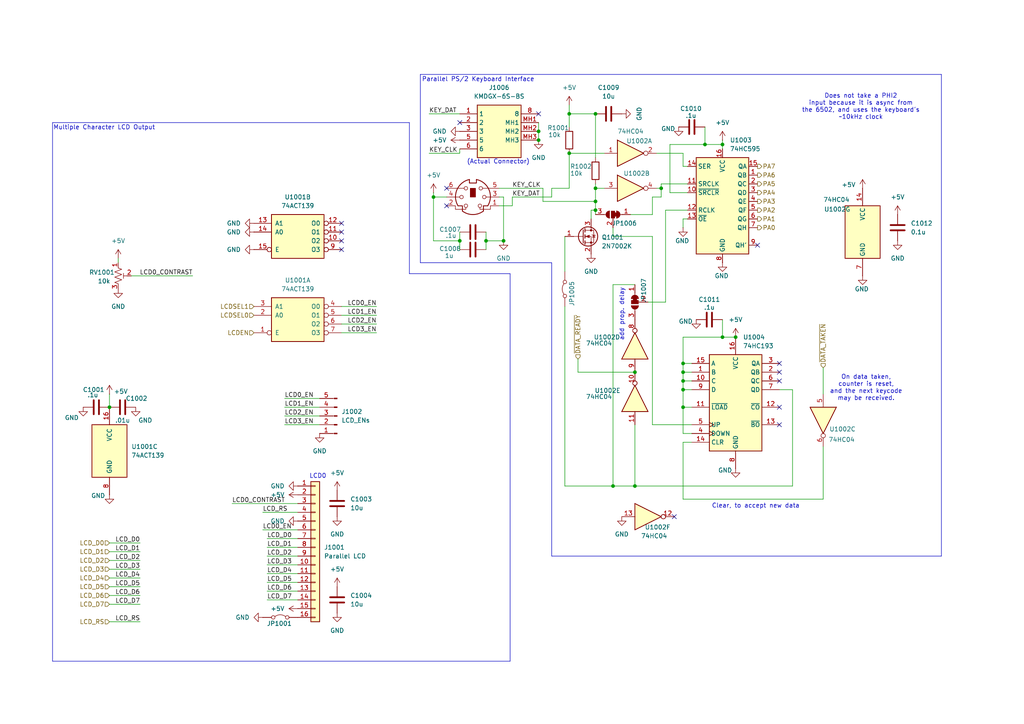
<source format=kicad_sch>
(kicad_sch (version 20250114) (generator "eeschema") (generator_version "9.0")
  (paper "A4")
  (title_block (title "65c02 Homebrew") (rev "Rev A") (company "Joseph R. Freeston") (comment 2 "https://github.com/snorklerjoe/useful6502") (comment 4 "A 65c02-based computer with peripheral i/o offloaded to a PIC16 microcontroller."))
  (lib_symbols
    (symbol "74xx:74HC04"
      (property "Reference" "U" (at 0 1.27 0))
      (property "Value" "74HC04" (at 0 -1.27 0))
      (symbol "74HC04_1_0"
        (pin input line (at -7.62 0 0) (length 3.81) (name "~") (number "1"))
        (pin output inverted (at 7.62 0 180) (length 3.81) (name "~") (number "2"))
      )
      (symbol "74HC04_2_0"
        (pin input line (at -7.62 0 0) (length 3.81) (name "~") (number "3"))
        (pin output inverted (at 7.62 0 180) (length 3.81) (name "~") (number "4"))
      )
      (symbol "74HC04_3_0"
        (pin input line (at -7.62 0 0) (length 3.81) (name "~") (number "5"))
        (pin output inverted (at 7.62 0 180) (length 3.81) (name "~") (number "6"))
      )
      (symbol "74HC04_4_0"
        (pin input line (at -7.62 0 0) (length 3.81) (name "~") (number "9"))
        (pin output inverted (at 7.62 0 180) (length 3.81) (name "~") (number "8"))
      )
      (symbol "74HC04_5_0"
        (pin input line (at -7.62 0 0) (length 3.81) (name "~") (number "11"))
        (pin output inverted (at 7.62 0 180) (length 3.81) (name "~") (number "10"))
      )
      (symbol "74HC04_6_0"
        (pin input line (at -7.62 0 0) (length 3.81) (name "~") (number "13"))
        (pin output inverted (at 7.62 0 180) (length 3.81) (name "~") (number "12"))
      )
      (symbol "74HC04_7_0"
        (pin power_in line (at 0 12.7 270) (length 5.08) (name "VCC") (number "14"))
        (pin power_in line (at 0 -12.7 90) (length 5.08) (name "GND") (number "7"))
      )
    )
    (symbol "74xx:74HC193"
      (property "Reference" "U" (at -7.62 13.97 0))
      (property "Value" "74HC193" (at 5.08 13.97 0))
      (symbol "74HC193_1_0"
        (pin input line (at -12.7 10.16 0) (length 5.08) (name "A") (number "15"))
        (pin input line (at -12.7 7.62 0) (length 5.08) (name "B") (number "1"))
        (pin input line (at -12.7 5.08 0) (length 5.08) (name "C") (number "10"))
        (pin input line (at -12.7 2.54 0) (length 5.08) (name "D") (number "9"))
        (pin input line (at -12.7 -2.54 0) (length 5.08) (name "~{LOAD}") (number "11"))
        (pin input clock (at -12.7 -7.62 0) (length 5.08) (name "UP") (number "5"))
        (pin input clock (at -12.7 -10.16 0) (length 5.08) (name "DOWN") (number "4"))
        (pin input line (at -12.7 -12.7 0) (length 5.08) (name "CLR") (number "14"))
        (pin power_in line (at 0 17.78 270) (length 5.08) (name "VCC") (number "16"))
        (pin power_in line (at 0 -20.32 90) (length 5.08) (name "GND") (number "8"))
        (pin output line (at 12.7 10.16 180) (length 5.08) (name "QA") (number "3"))
        (pin output line (at 12.7 7.62 180) (length 5.08) (name "QB") (number "2"))
        (pin output line (at 12.7 5.08 180) (length 5.08) (name "QC") (number "6"))
        (pin output line (at 12.7 2.54 180) (length 5.08) (name "QD") (number "7"))
        (pin output line (at 12.7 -2.54 180) (length 5.08) (name "~{CO}") (number "12"))
        (pin output line (at 12.7 -7.62 180) (length 5.08) (name "~{BO}") (number "13"))
      )
    )
    (symbol "74xx:74HC595"
      (property "Reference" "U" (at -7.62 13.97 0))
      (property "Value" "74HC595" (at -7.62 -16.51 0))
      (symbol "74HC595_1_0"
        (pin input line (at -10.16 10.16 0) (length 2.54) (name "SER") (number "14"))
        (pin input line (at -10.16 5.08 0) (length 2.54) (name "SRCLK") (number "11"))
        (pin input line (at -10.16 2.54 0) (length 2.54) (name "~{SRCLR}") (number "10"))
        (pin input line (at -10.16 -2.54 0) (length 2.54) (name "RCLK") (number "12"))
        (pin input line (at -10.16 -5.08 0) (length 2.54) (name "~{OE}") (number "13"))
        (pin power_in line (at 0 15.24 270) (length 2.54) (name "VCC") (number "16"))
        (pin power_in line (at 0 -17.78 90) (length 2.54) (name "GND") (number "8"))
        (pin tri_state line (at 10.16 10.16 180) (length 2.54) (name "QA") (number "15"))
        (pin tri_state line (at 10.16 7.62 180) (length 2.54) (name "QB") (number "1"))
        (pin tri_state line (at 10.16 5.08 180) (length 2.54) (name "QC") (number "2"))
        (pin tri_state line (at 10.16 2.54 180) (length 2.54) (name "QD") (number "3"))
        (pin tri_state line (at 10.16 0 180) (length 2.54) (name "QE") (number "4"))
        (pin tri_state line (at 10.16 -2.54 180) (length 2.54) (name "QF") (number "5"))
        (pin tri_state line (at 10.16 -5.08 180) (length 2.54) (name "QG") (number "6"))
        (pin tri_state line (at 10.16 -7.62 180) (length 2.54) (name "QH") (number "7"))
        (pin output line (at 10.16 -12.7 180) (length 2.54) (name "QH'") (number "9"))
      )
    )
    (symbol "74xx:74LS139" (pin_names (offset 1.016))
      (property "Reference" "U" (at -7.62 8.89 0))
      (property "Value" "74LS139" (at -7.62 -8.89 0))
      (symbol "74LS139_1_0"
        (pin input line (at -12.7 2.54 0) (length 5.08) (name "A1") (number "3"))
        (pin input line (at -12.7 0 0) (length 5.08) (name "A0") (number "2"))
        (pin input inverted (at -12.7 -5.08 0) (length 5.08) (name "E") (number "1"))
        (pin output inverted (at 12.7 2.54 180) (length 5.08) (name "O0") (number "4"))
        (pin output inverted (at 12.7 0 180) (length 5.08) (name "O1") (number "5"))
        (pin output inverted (at 12.7 -2.54 180) (length 5.08) (name "O2") (number "6"))
        (pin output inverted (at 12.7 -5.08 180) (length 5.08) (name "O3") (number "7"))
      )
      (symbol "74LS139_2_0"
        (pin input line (at -12.7 2.54 0) (length 5.08) (name "A1") (number "13"))
        (pin input line (at -12.7 0 0) (length 5.08) (name "A0") (number "14"))
        (pin input inverted (at -12.7 -5.08 0) (length 5.08) (name "E") (number "15"))
        (pin output inverted (at 12.7 2.54 180) (length 5.08) (name "O0") (number "12"))
        (pin output inverted (at 12.7 0 180) (length 5.08) (name "O1") (number "11"))
        (pin output inverted (at 12.7 -2.54 180) (length 5.08) (name "O2") (number "10"))
        (pin output inverted (at 12.7 -5.08 180) (length 5.08) (name "O3") (number "9"))
      )
      (symbol "74LS139_3_0"
        (pin power_in line (at 0 12.7 270) (length 5.08) (name "VCC") (number "16"))
        (pin power_in line (at 0 -12.7 90) (length 5.08) (name "GND") (number "8"))
      )
    )
    (symbol "Connector:Conn_01x05_Pin" (pin_names (offset 1.016) (hide yes))
      (property "Reference" "J" (at 0 7.62 0))
      (property "Value" "Conn_01x05_Pin" (at 0 -7.62 0))
      (symbol "Conn_01x05_Pin_1_1"
        (pin passive line (at 5.08 5.08 180) (length 3.81) (name "Pin_1") (number "1"))
        (pin passive line (at 5.08 2.54 180) (length 3.81) (name "Pin_2") (number "2"))
        (pin passive line (at 5.08 0 180) (length 3.81) (name "Pin_3") (number "3"))
        (pin passive line (at 5.08 -2.54 180) (length 3.81) (name "Pin_4") (number "4"))
        (pin passive line (at 5.08 -5.08 180) (length 3.81) (name "Pin_5") (number "5"))
      )
    )
    (symbol "Connector:Mini-DIN-6" (pin_names (offset 1.016))
      (property "Reference" "J" (at 0 6.35 0))
      (property "Value" "Mini-DIN-6" (at 0 -6.35 0))
      (symbol "Mini-DIN-6_1_1"
        (pin passive line (at -7.62 2.54 0) (length 2.54) (name "~") (number "6"))
        (pin passive line (at -7.62 0 0) (length 2.54) (name "~") (number "4"))
        (pin passive line (at -7.62 -2.54 0) (length 2.54) (name "~") (number "2"))
        (pin passive line (at 7.62 2.54 180) (length 2.54) (name "~") (number "5"))
        (pin passive line (at 7.62 0 180) (length 2.54) (name "~") (number "3"))
        (pin passive line (at 7.62 -2.54 180) (length 2.54) (name "~") (number "1"))
      )
    )
    (symbol "Connector_Generic:Conn_01x16" (pin_names (offset 1.016) (hide yes))
      (property "Reference" "J" (at 0 20.32 0))
      (property "Value" "Conn_01x16" (at 0 -22.86 0))
      (symbol "Conn_01x16_1_1"
        (pin passive line (at -5.08 17.78 0) (length 3.81) (name "Pin_1") (number "1"))
        (pin passive line (at -5.08 15.24 0) (length 3.81) (name "Pin_2") (number "2"))
        (pin passive line (at -5.08 12.7 0) (length 3.81) (name "Pin_3") (number "3"))
        (pin passive line (at -5.08 10.16 0) (length 3.81) (name "Pin_4") (number "4"))
        (pin passive line (at -5.08 7.62 0) (length 3.81) (name "Pin_5") (number "5"))
        (pin passive line (at -5.08 5.08 0) (length 3.81) (name "Pin_6") (number "6"))
        (pin passive line (at -5.08 2.54 0) (length 3.81) (name "Pin_7") (number "7"))
        (pin passive line (at -5.08 0 0) (length 3.81) (name "Pin_8") (number "8"))
        (pin passive line (at -5.08 -2.54 0) (length 3.81) (name "Pin_9") (number "9"))
        (pin passive line (at -5.08 -5.08 0) (length 3.81) (name "Pin_10") (number "10"))
        (pin passive line (at -5.08 -7.62 0) (length 3.81) (name "Pin_11") (number "11"))
        (pin passive line (at -5.08 -10.16 0) (length 3.81) (name "Pin_12") (number "12"))
        (pin passive line (at -5.08 -12.7 0) (length 3.81) (name "Pin_13") (number "13"))
        (pin passive line (at -5.08 -15.24 0) (length 3.81) (name "Pin_14") (number "14"))
        (pin passive line (at -5.08 -17.78 0) (length 3.81) (name "Pin_15") (number "15"))
        (pin passive line (at -5.08 -20.32 0) (length 3.81) (name "Pin_16") (number "16"))
      )
    )
    (symbol "Device:C" (pin_numbers (hide yes)) (pin_names (offset 0.254))
      (property "Reference" "C" (at 0.635 2.54 0))
      (property "Value" "C" (at 0.635 -2.54 0))
      (symbol "C_1_1"
        (pin passive line (at 0 3.81 270) (length 2.794) (name "~") (number "1"))
        (pin passive line (at 0 -3.81 90) (length 2.794) (name "~") (number "2"))
      )
    )
    (symbol "Device:R" (pin_numbers (hide yes)) (pin_names (offset 0))
      (property "Reference" "R" (at 2.032 0 90))
      (property "Value" "R" (at 0 0 90))
      (symbol "R_1_1"
        (pin passive line (at 0 3.81 270) (length 1.27) (name "~") (number "1"))
        (pin passive line (at 0 -3.81 90) (length 1.27) (name "~") (number "2"))
      )
    )
    (symbol "Device:R_Potentiometer_Trim_US" (pin_names (offset 1.016) (hide yes))
      (property "Reference" "RV" (at -4.445 0 90))
      (property "Value" "R_Potentiometer_Trim_US" (at -2.54 0 90))
      (symbol "R_Potentiometer_Trim_US_1_1"
        (pin passive line (at 0 3.81 270) (length 1.27) (name "1") (number "1"))
        (pin passive line (at 0 -3.81 90) (length 1.27) (name "3") (number "3"))
        (pin passive line (at 3.81 0 180) (length 1.27) (name "2") (number "2"))
      )
    )
    (symbol "Jumper:Jumper_2_Bridged" (pin_numbers (hide yes)) (pin_names (offset 0) (hide yes))
      (property "Reference" "JP" (at 0 1.905 0))
      (property "Value" "Jumper_2_Bridged" (at 0 -2.54 0))
      (symbol "Jumper_2_Bridged_1_1"
        (pin passive line (at -5.08 0 0) (length 2.54) (name "A") (number "1"))
        (pin passive line (at 5.08 0 180) (length 2.54) (name "B") (number "2"))
      )
    )
    (symbol "Jumper:SolderJumper_3_Bridged12" (pin_names (offset 0) (hide yes)) (in_bom no)
      (property "Reference" "JP" (at -2.54 -2.54 0))
      (property "Value" "SolderJumper_3_Bridged12" (at 0 2.794 0))
      (symbol "SolderJumper_3_Bridged12_1_1"
        (pin passive line (at -5.08 0 0) (length 2.54) (name "A") (number "1"))
        (pin passive line (at 0 -3.81 90) (length 2.54) (name "C") (number "2"))
        (pin passive line (at 5.08 0 180) (length 2.54) (name "B") (number "3"))
      )
    )
    (symbol "PS2 Connector:KMDGX-6S-BS"
      (property "Reference" "J" (at 19.05 7.62 0))
      (property "Value" "KMDGX-6S-BS" (at 19.05 5.08 0))
      (symbol "KMDGX-6S-BS_1_1"
        (pin passive line (at 0 0 0) (length 5.08) (name "1") (number "1"))
        (pin passive line (at 0 -2.54 0) (length 5.08) (name "2") (number "2"))
        (pin passive line (at 0 -5.08 0) (length 5.08) (name "3") (number "3"))
        (pin passive line (at 0 -7.62 0) (length 5.08) (name "5") (number "5"))
        (pin passive line (at 0 -10.16 0) (length 5.08) (name "6") (number "6"))
        (pin passive line (at 22.86 0 180) (length 5.08) (name "8") (number "8"))
        (pin passive line (at 22.86 -2.54 180) (length 5.08) (name "MH1") (number "MH1"))
        (pin passive line (at 22.86 -5.08 180) (length 5.08) (name "MH2") (number "MH2"))
        (pin passive line (at 22.86 -7.62 180) (length 5.08) (name "MH3") (number "MH3"))
      )
    )
    (symbol "Transistor_FET:2N7002K" (pin_names (hide yes))
      (property "Reference" "Q" (at 5.08 1.905 0))
      (property "Value" "2N7002K" (at 5.08 0 0))
      (symbol "2N7002K_1_1"
        (pin input line (at -5.08 0 0) (length 2.54) (name "G") (number "1"))
        (pin passive line (at 2.54 5.08 270) (length 2.54) (name "D") (number "3"))
        (pin passive line (at 2.54 -5.08 90) (length 2.54) (name "S") (number "2"))
      )
    )
    (symbol "power:+5V" (power) (pin_numbers (hide yes)) (pin_names (offset 0) (hide yes))
      (property "Value" "+5V" (at 0 3.556 0))
      (symbol "+5V_1_1"
        (pin power_in line (at 0 0 90) (length 0) (name "~") (number "1"))
      )
    )
    (symbol "power:GND" (power) (pin_numbers (hide yes)) (pin_names (offset 0) (hide yes))
      (property "Value" "GND" (at 0 -3.81 0))
      (symbol "GND_1_1"
        (pin power_in line (at 0 0 270) (length 0) (name "~") (number "1"))
      )
    )
  )
  (text "On data taken,\ncounter is reset,\nand the next keycode\nmay be received." (at 251.206 112.522 0) (effects (font (size 1.27 1.27))))
  (text "(Actual Connector)" (at 144.526 46.99 0) (effects (font (size 1.27 1.27))))
  (text "Clear, to accept new data" (at 219.202 146.812 0) (effects (font (size 1.27 1.27))))
  (text "Multiple Character LCD Output" (at 30.226 37.084 0) (effects (font (size 1.27 1.27))))
  (text "Parallel PS/2 Keyboard Interface" (at 138.684 23.114 0) (effects (font (size 1.27 1.27))))
  (text "add prop. delay" (at 180.34 91.186 90) (effects (font (size 1.27 1.27))))
  (text "LCD0" (at 92.202 138.176 0) (effects (font (size 1.27 1.27))))
  (text "Does not take a PHI2\ninput because it is async from\nthe 6502, and uses the keyboard's\n~10kHz clock" (at 249.682 30.988 0) (effects (font (size 1.27 1.27))))
  (junction (at 198.12 118.11))
  (junction (at 165.1 33.02))
  (junction (at 198.12 105.41))
  (junction (at 172.72 58.42))
  (junction (at 156.21 38.1))
  (junction (at 191.77 54.61))
  (junction (at 172.72 60.96))
  (junction (at 198.12 113.03))
  (junction (at 165.1 44.45))
  (junction (at 198.12 110.49))
  (junction (at 140.97 69.85))
  (junction (at 172.72 33.02))
  (junction (at 209.55 97.79))
  (junction (at 184.15 140.97))
  (junction (at 133.35 69.85))
  (junction (at 125.73 57.15))
  (junction (at 204.47 41.91))
  (junction (at 184.15 107.95))
  (junction (at 172.72 54.61))
  (junction (at 31.75 118.11))
  (junction (at 177.8 140.97))
  (junction (at 209.55 41.91))
  (junction (at 213.36 97.79))
  (junction (at 146.05 69.85))
  (junction (at 198.12 107.95))
  (junction (at 156.21 40.64))
  (no_connect (at 226.06 107.95))
  (no_connect (at 129.54 59.69))
  (no_connect (at 226.06 110.49))
  (no_connect (at 129.54 54.61))
  (no_connect (at 226.06 123.19))
  (no_connect (at 133.35 35.56))
  (no_connect (at 156.21 33.02))
  (no_connect (at 219.71 71.12))
  (no_connect (at 99.06 67.31))
  (no_connect (at 99.06 72.39))
  (no_connect (at 226.06 105.41))
  (no_connect (at 99.06 69.85))
  (no_connect (at 195.58 149.86))
  (no_connect (at 226.06 118.11))
  (no_connect (at 99.06 64.77))
  (wire (pts (xy 86.36 173.99) (xy 77.47 173.99)))
  (wire (pts (xy 200.66 125.73) (xy 198.12 125.73)))
  (wire (pts (xy 34.29 76.2) (xy 34.29 74.93)))
  (wire (pts (xy 133.35 44.45) (xy 133.35 43.18)))
  (wire (pts (xy 191.77 54.61) (xy 191.77 53.34)))
  (wire (pts (xy 198.12 105.41) (xy 198.12 107.95)))
  (polyline (pts (xy 121.92 21.59) (xy 121.92 76.2)))
  (wire (pts (xy 163.83 140.97) (xy 177.8 140.97)))
  (wire (pts (xy 165.1 33.02) (xy 165.1 36.83)))
  (wire (pts (xy 198.12 107.95) (xy 198.12 110.49)))
  (wire (pts (xy 160.02 54.61) (xy 165.1 54.61)))
  (wire (pts (xy 238.76 106.68) (xy 238.76 114.3)))
  (wire (pts (xy 198.12 44.45) (xy 198.12 48.26)))
  (wire (pts (xy 92.71 120.65) (xy 82.55 120.65)))
  (wire (pts (xy 148.59 57.15) (xy 160.02 57.15)))
  (wire (pts (xy 148.59 59.69) (xy 148.59 57.15)))
  (wire (pts (xy 38.1 80.01) (xy 55.88 80.01)))
  (wire (pts (xy 92.71 118.11) (xy 82.55 118.11)))
  (wire (pts (xy 157.48 58.42) (xy 172.72 58.42)))
  (wire (pts (xy 177.8 68.58) (xy 189.23 68.58)))
  (wire (pts (xy 167.64 107.95) (xy 184.15 107.95)))
  (wire (pts (xy 189.23 68.58) (xy 189.23 123.19)))
  (wire (pts (xy 238.76 144.78) (xy 198.12 144.78)))
  (wire (pts (xy 194.31 55.88) (xy 194.31 41.91)))
  (wire (pts (xy 198.12 144.78) (xy 198.12 128.27)))
  (wire (pts (xy 209.55 43.18) (xy 209.55 41.91)))
  (wire (pts (xy 31.75 162.56) (xy 40.64 162.56)))
  (wire (pts (xy 31.75 165.1) (xy 40.64 165.1)))
  (wire (pts (xy 99.06 96.52) (xy 109.22 96.52)))
  (wire (pts (xy 76.2 153.67) (xy 86.36 153.67)))
  (wire (pts (xy 86.36 168.91) (xy 77.47 168.91)))
  (polyline (pts (xy 147.955 79.375) (xy 147.955 191.77)))
  (wire (pts (xy 92.71 115.57) (xy 82.55 115.57)))
  (wire (pts (xy 209.55 41.91) (xy 209.55 40.64)))
  (wire (pts (xy 165.1 44.45) (xy 175.26 44.45)))
  (wire (pts (xy 184.15 140.97) (xy 229.87 140.97)))
  (wire (pts (xy 177.8 66.04) (xy 177.8 68.58)))
  (wire (pts (xy 140.97 67.31) (xy 140.97 69.85)))
  (wire (pts (xy 86.36 158.75) (xy 77.47 158.75)))
  (wire (pts (xy 198.12 128.27) (xy 200.66 128.27)))
  (wire (pts (xy 204.47 36.83) (xy 204.47 41.91)))
  (wire (pts (xy 124.46 44.45) (xy 133.35 44.45)))
  (wire (pts (xy 200.66 105.41) (xy 198.12 105.41)))
  (wire (pts (xy 229.87 113.03) (xy 229.87 140.97)))
  (wire (pts (xy 198.12 48.26) (xy 199.39 48.26)))
  (wire (pts (xy 177.8 82.55) (xy 177.8 140.97)))
  (polyline (pts (xy 15.24 35.56) (xy 118.745 35.56)))
  (wire (pts (xy 86.36 163.83) (xy 77.47 163.83)))
  (wire (pts (xy 184.15 123.19) (xy 184.15 140.97)))
  (wire (pts (xy 31.75 157.48) (xy 40.64 157.48)))
  (wire (pts (xy 198.12 105.41) (xy 198.12 97.79)))
  (wire (pts (xy 144.78 54.61) (xy 157.48 54.61)))
  (wire (pts (xy 171.45 60.96) (xy 172.72 60.96)))
  (wire (pts (xy 171.45 63.5) (xy 171.45 60.96)))
  (wire (pts (xy 189.23 62.23) (xy 189.23 57.15)))
  (wire (pts (xy 156.21 38.1) (xy 156.21 40.64)))
  (wire (pts (xy 125.73 55.88) (xy 125.73 57.15)))
  (wire (pts (xy 133.35 67.31) (xy 133.35 69.85)))
  (wire (pts (xy 165.1 54.61) (xy 165.1 44.45)))
  (wire (pts (xy 226.06 113.03) (xy 229.87 113.03)))
  (wire (pts (xy 99.06 91.44) (xy 109.22 91.44)))
  (wire (pts (xy 190.5 54.61) (xy 191.77 54.61)))
  (wire (pts (xy 31.75 170.18) (xy 40.64 170.18)))
  (wire (pts (xy 99.06 88.9) (xy 109.22 88.9)))
  (wire (pts (xy 199.39 55.88) (xy 194.31 55.88)))
  (wire (pts (xy 209.55 97.79) (xy 213.36 97.79)))
  (wire (pts (xy 31.75 160.02) (xy 40.64 160.02)))
  (wire (pts (xy 187.96 87.63) (xy 193.04 87.63)))
  (wire (pts (xy 163.83 78.74) (xy 163.83 68.58)))
  (wire (pts (xy 76.2 148.59) (xy 86.36 148.59)))
  (wire (pts (xy 177.8 140.97) (xy 184.15 140.97)))
  (wire (pts (xy 31.75 175.26) (xy 40.64 175.26)))
  (wire (pts (xy 190.5 44.45) (xy 198.12 44.45)))
  (wire (pts (xy 86.36 156.21) (xy 77.47 156.21)))
  (wire (pts (xy 31.75 172.72) (xy 40.64 172.72)))
  (wire (pts (xy 191.77 53.34) (xy 199.39 53.34)))
  (wire (pts (xy 204.47 41.91) (xy 209.55 41.91)))
  (wire (pts (xy 198.12 107.95) (xy 200.66 107.95)))
  (polyline (pts (xy 118.745 35.56) (xy 118.745 79.375)))
  (wire (pts (xy 193.04 60.96) (xy 199.39 60.96)))
  (polyline (pts (xy 273.05 21.59) (xy 121.92 21.59)))
  (wire (pts (xy 193.04 87.63) (xy 193.04 60.96)))
  (wire (pts (xy 194.31 41.91) (xy 204.47 41.91)))
  (wire (pts (xy 86.36 161.29) (xy 77.47 161.29)))
  (polyline (pts (xy 160.02 76.2) (xy 160.02 161.29)))
  (polyline (pts (xy 121.92 76.2) (xy 160.02 76.2)))
  (wire (pts (xy 200.66 118.11) (xy 198.12 118.11)))
  (wire (pts (xy 125.73 69.85) (xy 125.73 57.15)))
  (wire (pts (xy 92.71 123.19) (xy 82.55 123.19)))
  (wire (pts (xy 31.75 114.3) (xy 31.75 118.11)))
  (wire (pts (xy 209.55 92.71) (xy 209.55 97.79)))
  (wire (pts (xy 172.72 54.61) (xy 175.26 54.61)))
  (polyline (pts (xy 160.02 161.29) (xy 273.05 161.29)))
  (wire (pts (xy 156.21 35.56) (xy 156.21 38.1)))
  (wire (pts (xy 157.48 54.61) (xy 157.48 58.42)))
  (wire (pts (xy 163.83 88.9) (xy 163.83 140.97)))
  (wire (pts (xy 172.72 45.72) (xy 172.72 33.02)))
  (wire (pts (xy 172.72 33.02) (xy 165.1 33.02)))
  (wire (pts (xy 189.23 123.19) (xy 200.66 123.19)))
  (wire (pts (xy 31.75 180.34) (xy 40.64 180.34)))
  (wire (pts (xy 146.05 57.15) (xy 144.78 57.15)))
  (wire (pts (xy 198.12 63.5) (xy 198.12 66.04)))
  (wire (pts (xy 67.31 146.05) (xy 86.36 146.05)))
  (wire (pts (xy 86.36 171.45) (xy 77.47 171.45)))
  (wire (pts (xy 191.77 54.61) (xy 191.77 57.15)))
  (polyline (pts (xy 118.745 79.375) (xy 147.955 79.375)))
  (wire (pts (xy 198.12 110.49) (xy 198.12 113.03)))
  (wire (pts (xy 31.75 167.64) (xy 40.64 167.64)))
  (polyline (pts (xy 273.05 161.29) (xy 273.05 21.59)))
  (wire (pts (xy 125.73 57.15) (xy 129.54 57.15)))
  (wire (pts (xy 146.05 57.15) (xy 146.05 69.85)))
  (wire (pts (xy 177.8 82.55) (xy 184.15 82.55)))
  (wire (pts (xy 189.23 57.15) (xy 191.77 57.15)))
  (wire (pts (xy 182.88 62.23) (xy 189.23 62.23)))
  (wire (pts (xy 198.12 113.03) (xy 200.66 113.03)))
  (wire (pts (xy 86.36 166.37) (xy 77.47 166.37)))
  (wire (pts (xy 172.72 60.96) (xy 172.72 62.23)))
  (wire (pts (xy 99.06 93.98) (xy 109.22 93.98)))
  (wire (pts (xy 160.02 54.61) (xy 160.02 57.15)))
  (wire (pts (xy 198.12 113.03) (xy 198.12 118.11)))
  (wire (pts (xy 146.05 69.85) (xy 140.97 69.85)))
  (wire (pts (xy 172.72 53.34) (xy 172.72 54.61)))
  (polyline (pts (xy 147.955 191.77) (xy 15.24 191.77)))
  (polyline (pts (xy 15.24 35.56) (xy 15.24 191.77)))
  (wire (pts (xy 165.1 30.48) (xy 165.1 33.02)))
  (wire (pts (xy 133.35 69.85) (xy 125.73 69.85)))
  (wire (pts (xy 198.12 97.79) (xy 209.55 97.79)))
  (wire (pts (xy 199.39 63.5) (xy 198.12 63.5)))
  (wire (pts (xy 140.97 72.39) (xy 140.97 69.85)))
  (wire (pts (xy 238.76 129.54) (xy 238.76 144.78)))
  (wire (pts (xy 167.64 104.14) (xy 167.64 107.95)))
  (wire (pts (xy 172.72 54.61) (xy 172.72 58.42)))
  (wire (pts (xy 200.66 110.49) (xy 198.12 110.49)))
  (wire (pts (xy 198.12 118.11) (xy 198.12 125.73)))
  (wire (pts (xy 172.72 58.42) (xy 172.72 60.96)))
  (wire (pts (xy 144.78 59.69) (xy 148.59 59.69)))
  (wire (pts (xy 124.46 33.02) (xy 133.35 33.02)))
  (wire (pts (xy 133.35 72.39) (xy 133.35 69.85)))
  (label "LCD_D3" (at 40.64 165.1 180))
  (label "LCD2_EN" (at 109.22 93.98 180))
  (label "KEY_DAT" (at 148.59 57.15 0))
  (label "LCD_D0" (at 77.47 156.21 0))
  (label "LCD1_EN" (at 109.22 91.44 180))
  (label "LCD_D6" (at 77.47 171.45 0))
  (label "LCD0_CONTRAST" (at 55.88 80.01 180))
  (label "LCD_D7" (at 77.47 173.99 0))
  (label "LCD0_EN" (at 109.22 88.9 180))
  (label "LCD_RS" (at 76.2 148.59 0))
  (label "LCD0_EN" (at 76.2 153.67 0))
  (label "LCD_D2" (at 40.64 162.56 180))
  (label "LCD_D1" (at 40.64 160.02 180))
  (label "KEY_DAT" (at 124.46 33.02 0))
  (label "LCD_RS" (at 40.64 180.34 180))
  (label "LCD_D3" (at 77.47 163.83 0))
  (label "LCD3_EN" (at 109.22 96.52 180))
  (label "KEY_CLK" (at 148.59 54.61 0))
  (label "LCD_D5" (at 40.64 170.18 180))
  (label "LCD1_EN" (at 82.55 118.11 0))
  (label "LCD_D7" (at 40.64 175.26 180))
  (label "LCD_D0" (at 40.64 157.48 180))
  (label "LCD_D4" (at 40.64 167.64 180))
  (label "LCD_D6" (at 40.64 172.72 180))
  (label "LCD_D4" (at 77.47 166.37 0))
  (label "KEY_CLK" (at 124.46 44.45 0))
  (label "LCD_D1" (at 77.47 158.75 0))
  (label "LCD3_EN" (at 82.55 123.19 0))
  (label "LCD0_EN" (at 82.55 115.57 0))
  (label "LCD_D2" (at 77.47 161.29 0))
  (label "LCD0_CONTRAST" (at 67.31 146.05 0))
  (label "LCD_D5" (at 77.47 168.91 0))
  (label "LCD2_EN" (at 82.55 120.65 0))
  (hierarchical_label "PA7" (shape output) (at 219.71 48.26 0))
  (hierarchical_label "LCD_D5" (shape input) (at 31.75 170.18 180))
  (hierarchical_label "LCD_D4" (shape input) (at 31.75 167.64 180))
  (hierarchical_label "LCDSEL1" (shape input) (at 73.66 88.9 180))
  (hierarchical_label "PA6" (shape output) (at 219.71 50.8 0))
  (hierarchical_label "~{DATA_TAKEN}" (shape input) (at 238.76 106.68 90))
  (hierarchical_label "LCD_D7" (shape input) (at 31.75 175.26 180))
  (hierarchical_label "LCDEN" (shape input) (at 73.66 96.52 180))
  (hierarchical_label "PA5" (shape output) (at 219.71 53.34 0))
  (hierarchical_label "LCD_D0" (shape input) (at 31.75 157.48 180))
  (hierarchical_label "LCDSEL0" (shape input) (at 73.66 91.44 180))
  (hierarchical_label "LCD_D6" (shape input) (at 31.75 172.72 180))
  (hierarchical_label "~{DATA_READY}" (shape input) (at 167.64 104.14 90))
  (hierarchical_label "LCD_D1" (shape input) (at 31.75 160.02 180))
  (hierarchical_label "PA0" (shape output) (at 219.71 66.04 0))
  (hierarchical_label "PA2" (shape output) (at 219.71 60.96 0))
  (hierarchical_label "LCD_D2" (shape input) (at 31.75 162.56 180))
  (hierarchical_label "PA1" (shape output) (at 219.71 63.5 0))
  (hierarchical_label "LCD_RS" (shape input) (at 31.75 180.34 180))
  (hierarchical_label "LCD_D3" (shape input) (at 31.75 165.1 180))
  (hierarchical_label "PA4" (shape output) (at 219.71 55.88 0))
  (hierarchical_label "PA3" (shape output) (at 219.71 58.42 0))
  (symbol (lib_id "power:GND") (at 260.35 69.85 0) (unit 1)
    (property "Reference" "#PWR01054" (effects (hide yes)))
    (property "Value" "GND" (at 260.35 74.93 0))
    (property "Description" "Power symbol creates a global label with name \"GND\" , ground" (effects (hide yes)))
  )
  (symbol (lib_id "Device:C") (at 176.53 33.02 90) (unit 1)
    (property "Reference" "C1009" (at 176.53 25.4 90))
    (property "Value" "10u" (at 176.53 27.94 90))
    (property "Footprint" "Capacitor_SMD:C_0402_1005Metric" (effects (hide yes)))
    (property "Description" "Unpolarized capacitor" (effects (hide yes)))
  )
  (symbol (lib_id "power:+5V") (at 133.35 40.64 90) (unit 1)
    (property "Reference" "#PWR01057" (effects (hide yes)))
    (property "Value" "+5V" (at 129.54 40.6399 90) (effects (justify left)))
    (property "Description" "Power symbol creates a global label with name \"+5V\"" (effects (hide yes)))
  )
  (symbol (lib_id "Jumper:Jumper_2_Bridged") (at 81.28 179.07 0) (unit 1)
    (property "Reference" "JP1001" (at 81.026 180.848 0))
    (property "Value" "Jumper_2_Bridged" (effects (hide yes)))
    (property "Footprint" "Jumper:SolderJumper-2_P1.3mm_Bridged2Bar_Pad1.0x1.5mm" (effects (hide yes)))
    (property "Description" "Jumper, 2-pole, closed/bridged" (effects (hide yes)))
  )
  (symbol (lib_id "74xx:74HC04") (at 182.88 54.61 0) (unit 2)
    (property "Reference" "U1002" (at 184.658 50.292 0))
    (property "Value" "74HC04" (effects (hide yes)))
    (property "Footprint" "Package_SO:SOIC-14_3.9x8.7mm_P1.27mm" (effects (hide yes)))
    (property "Datasheet" "https://www.ti.com/lit/gpn/sn74hc04" (effects (hide yes)))
    (property "Description" "Hex Inverter" (effects (hide yes)))
    (property "t_pd (ns)" "19" (effects (hide yes)))
  )
  (symbol (lib_id "power:+5V") (at 260.35 62.23 0) (unit 1)
    (property "Reference" "#PWR01053" (effects (hide yes)))
    (property "Value" "+5V" (at 260.35 57.15 0))
    (property "Description" "Power symbol creates a global label with name \"+5V\"" (effects (hide yes)))
  )
  (symbol (lib_id "Device:C") (at 97.79 146.05 0) (unit 1)
    (property "Reference" "C1003" (at 101.6 144.7799 0) (effects (justify left)))
    (property "Value" "10u" (at 101.6 147.3199 0) (effects (justify left)))
    (property "Footprint" "Capacitor_SMD:C_0402_1005Metric" (effects (hide yes)))
    (property "Description" "Unpolarized capacitor" (effects (hide yes)))
  )
  (symbol (lib_id "Device:R") (at 165.1 40.64 0) (unit 1)
    (property "Reference" "R1001" (at 158.75 37.084 0) (effects (justify left)))
    (property "Value" "10k" (at 159.004 39.116 0) (effects (justify left)))
    (property "Footprint" "Resistor_SMD:R_0402_1005Metric" (effects (hide yes)))
    (property "Description" "Resistor" (effects (hide yes)))
  )
  (symbol (lib_id "74xx:74HC04") (at 187.96 149.86 0) (unit 6)
    (property "Reference" "U1002" (at 190.754 152.908 0))
    (property "Value" "74HC04" (at 189.738 155.448 0))
    (property "Footprint" "Package_SO:SOIC-14_3.9x8.7mm_P1.27mm" (effects (hide yes)))
    (property "Datasheet" "https://www.ti.com/lit/gpn/sn74hc04" (effects (hide yes)))
    (property "Description" "Hex Inverter" (effects (hide yes)))
    (property "t_pd (ns)" "19" (effects (hide yes)))
  )
  (symbol (lib_id "74xx:74LS139") (at 86.36 91.44 0) (unit 1)
    (property "Reference" "U1001" (at 86.36 81.28 0))
    (property "Value" "74ACT139" (at 86.36 83.82 0))
    (property "Footprint" "Package_SO:TSSOP-16_4.4x5mm_P0.65mm" (effects (hide yes)))
    (property "Datasheet" "http://www.ti.com/lit/ds/symlink/sn74ls139a.pdf" (effects (hide yes)))
    (property "Description" "Dual Decoder 1 of 4, Active low outputs" (effects (hide yes)))
  )
  (symbol (lib_id "power:+5V") (at 86.36 176.53 90) (unit 1)
    (property "Reference" "#PWR01012" (effects (hide yes)))
    (property "Value" "+5V" (at 82.55 176.5299 90) (effects (justify left)))
    (property "Description" "Power symbol creates a global label with name \"+5V\"" (effects (hide yes)))
  )
  (symbol (lib_id "power:+5V") (at 97.79 170.18 0) (unit 1)
    (property "Reference" "#PWR01022" (effects (hide yes)))
    (property "Value" "+5V" (at 97.79 165.1 0))
    (property "Description" "Power symbol creates a global label with name \"+5V\"" (effects (hide yes)))
  )
  (symbol (lib_id "Connector:Conn_01x05_Pin") (at 97.79 120.65 180) (unit 1)
    (property "Reference" "J1002" (at 99.06 119.3799 0) (effects (justify right)))
    (property "Value" "LCD_ENs" (at 99.06 121.9199 0) (effects (justify right)))
    (property "Footprint" "Connector_PinHeader_2.54mm:PinHeader_1x05_P2.54mm_Vertical" (effects (hide yes)))
    (property "Description" "Generic connector, single row, 01x05, script generated" (effects (hide yes)))
  )
  (symbol (lib_id "power:GND") (at 73.66 64.77 270) (unit 1)
    (property "Reference" "#PWR01017" (effects (hide yes)))
    (property "Value" "GND" (at 69.85 64.7699 90) (effects (justify right)))
    (property "Description" "Power symbol creates a global label with name \"GND\" , ground" (effects (hide yes)))
  )
  (symbol (lib_id "power:+5V") (at 209.55 40.64 0) (unit 1)
    (property "Reference" "#PWR01047" (effects (hide yes)))
    (property "Value" "+5V" (at 209.55 35.56 0))
    (property "Description" "Power symbol creates a global label with name \"+5V\"" (effects (hide yes)))
  )
  (symbol (lib_id "Device:C") (at 200.66 36.83 90) (unit 1)
    (property "Reference" "C1010" (at 200.406 31.496 90))
    (property "Value" ".1u" (at 200.406 33.528 90))
    (property "Footprint" "Capacitor_SMD:C_0402_1005Metric" (effects (hide yes)))
    (property "Description" "Unpolarized capacitor" (effects (hide yes)))
  )
  (symbol (lib_id "power:GND") (at 76.2 179.07 270) (unit 1)
    (property "Reference" "#PWR01007" (effects (hide yes)))
    (property "Value" "GND" (at 72.39 179.0699 90) (effects (justify right)))
    (property "Description" "Power symbol creates a global label with name \"GND\" , ground" (effects (hide yes)))
  )
  (symbol (lib_id "Jumper:SolderJumper_3_Bridged12") (at 177.8 62.23 0) (mirror y) (unit 1) (in_bom no)
    (property "Reference" "JP1006" (at 181.102 64.77 0))
    (property "Value" "SolderJumper_3_Bridged12" (effects (hide yes)))
    (property "Footprint" "Jumper:SolderJumper-3_P1.3mm_Bridged12_Pad1.0x1.5mm" (effects (hide yes)))
    (property "Description" "3-pole Solder Jumper, pins 1+2 closed/bridged" (effects (hide yes)))
  )
  (symbol (lib_id "power:GND") (at 31.75 143.51 0) (mirror y) (unit 1)
    (property "Reference" "#PWR01005" (effects (hide yes)))
    (property "Value" "GND" (at 26.416 143.764 0) (effects (justify right)))
    (property "Description" "Power symbol creates a global label with name \"GND\" , ground" (effects (hide yes)))
  )
  (symbol (lib_id "74xx:74HC04") (at 184.15 115.57 90) (unit 5)
    (property "Reference" "U1002" (at 172.466 113.284 90) (effects (justify right)))
    (property "Value" "74HC04" (at 169.926 115.062 90) (effects (justify right)))
    (property "Footprint" "Package_SO:SOIC-14_3.9x8.7mm_P1.27mm" (effects (hide yes)))
    (property "Datasheet" "https://www.ti.com/lit/gpn/sn74hc04" (effects (hide yes)))
    (property "Description" "Hex Inverter" (effects (hide yes)))
    (property "t_pd (ns)" "19" (effects (hide yes)))
  )
  (symbol (lib_id "PS2 Connector:KMDGX-6S-BS") (at 133.35 33.02 0) (unit 1)
    (property "Reference" "J1006" (at 144.78 25.4 0))
    (property "Value" "KMDGX-6S-BS" (at 144.78 27.94 0))
    (property "Footprint" "footprints:KMDGX6SBS" (effects (hide yes)))
    (property "Datasheet" "https://www.kycon.com/Pub_Eng_Draw/KMDGX-xS-BS%20Series.pdf" (effects (hide yes)))
    (property "Description" "6 Position Circular Connector Receptacle, Female Sockets Solder" (effects (hide yes)))
    (property "Height" "13.3" (effects (hide yes)))
    (property "Mouser Part Number" "806-KMDGX-6S-BS" (effects (hide yes)))
    (property "Mouser Price/Stock" "https://www.mouser.co.uk/ProductDetail/Kycon/KMDGX-6S-BS?qs=gomZSfZNELc%252BcxHiGAVThw%3D%3D" (effects (hide yes)))
    (property "Manufacturer_Name" "Kycon" (effects (hide yes)))
    (property "Manufacturer_Part_Number" "KMDGX-6S-BS" (effects (hide yes)))
  )
  (symbol (lib_id "power:GND") (at 73.66 72.39 270) (unit 1)
    (property "Reference" "#PWR01019" (effects (hide yes)))
    (property "Value" "GND" (at 69.85 72.3899 90) (effects (justify right)))
    (property "Description" "Power symbol creates a global label with name \"GND\" , ground" (effects (hide yes)))
  )
  (symbol (lib_id "power:GND") (at 86.36 151.13 270) (unit 1)
    (property "Reference" "#PWR01011" (effects (hide yes)))
    (property "Value" "GND" (at 82.55 151.1299 90) (effects (justify right)))
    (property "Description" "Power symbol creates a global label with name \"GND\" , ground" (effects (hide yes)))
  )
  (symbol (lib_id "Device:C") (at 35.56 118.11 90) (unit 1)
    (property "Reference" "C1002" (at 39.624 115.57 90))
    (property "Value" ".01u" (at 35.56 121.92 90))
    (property "Footprint" "Capacitor_SMD:C_0402_1005Metric" (effects (hide yes)))
    (property "Description" "Unpolarized capacitor" (effects (hide yes)))
  )
  (symbol (lib_id "Device:R") (at 172.72 49.53 0) (unit 1)
    (property "Reference" "R1002" (at 165.354 48.26 0) (effects (justify left)))
    (property "Value" "10k" (at 165.354 50.292 0) (effects (justify left)))
    (property "Footprint" "Resistor_SMD:R_0402_1005Metric" (effects (hide yes)))
    (property "Description" "Resistor" (effects (hide yes)))
  )
  (symbol (lib_id "74xx:74HC04") (at 238.76 121.92 270) (unit 3)
    (property "Reference" "U1002" (at 240.538 124.46 90) (effects (justify left)))
    (property "Value" "74HC04" (at 240.284 127.508 90) (effects (justify left)))
    (property "Footprint" "Package_SO:SOIC-14_3.9x8.7mm_P1.27mm" (effects (hide yes)))
    (property "Datasheet" "https://www.ti.com/lit/gpn/sn74hc04" (effects (hide yes)))
    (property "Description" "Hex Inverter" (effects (hide yes)))
    (property "t_pd (ns)" "19" (effects (hide yes)))
  )
  (symbol (lib_id "Jumper:SolderJumper_3_Bridged12") (at 184.15 87.63 90) (mirror x) (unit 1) (in_bom no)
    (property "Reference" "JP1007" (at 186.69 84.328 0))
    (property "Value" "SolderJumper_3_Bridged12" (effects (hide yes)))
    (property "Footprint" "Jumper:SolderJumper-3_P1.3mm_Bridged12_Pad1.0x1.5mm" (effects (hide yes)))
    (property "Description" "3-pole Solder Jumper, pins 1+2 closed/bridged" (effects (hide yes)))
  )
  (symbol (lib_id "power:GND") (at 198.12 66.04 0) (unit 1)
    (property "Reference" "#PWR01045" (effects (hide yes)))
    (property "Value" "GND" (at 197.866 69.85 0))
    (property "Description" "Power symbol creates a global label with name \"GND\" , ground" (effects (hide yes)))
  )
  (symbol (lib_id "power:+5V") (at 97.79 142.24 0) (unit 1)
    (property "Reference" "#PWR01020" (effects (hide yes)))
    (property "Value" "+5V" (at 97.79 137.16 0))
    (property "Description" "Power symbol creates a global label with name \"+5V\"" (effects (hide yes)))
  )
  (symbol (lib_id "Device:C") (at 205.74 92.71 90) (unit 1)
    (property "Reference" "C1011" (at 205.74 86.868 90))
    (property "Value" ".1u" (at 205.74 89.154 90))
    (property "Footprint" "Capacitor_SMD:C_0402_1005Metric" (effects (hide yes)))
    (property "Description" "Unpolarized capacitor" (effects (hide yes)))
  )
  (symbol (lib_id "power:GND") (at 209.55 76.2 0) (unit 1)
    (property "Reference" "#PWR01048" (effects (hide yes)))
    (property "Value" "GND" (at 209.296 80.01 0))
    (property "Description" "Power symbol creates a global label with name \"GND\" , ground" (effects (hide yes)))
  )
  (symbol (lib_id "Device:C") (at 137.16 72.39 90) (unit 1)
    (property "Reference" "C1008" (at 130.556 72.136 90))
    (property "Value" "1u" (at 130.302 74.168 90))
    (property "Footprint" "Capacitor_SMD:C_0402_1005Metric" (effects (hide yes)))
    (property "Description" "Unpolarized capacitor" (effects (hide yes)))
  )
  (symbol (lib_id "74xx:74HC193") (at 213.36 115.57 0) (unit 1)
    (property "Reference" "U1004" (at 215.5033 97.79 0) (effects (justify left)))
    (property "Value" "74HC193" (at 215.5033 100.33 0) (effects (justify left)))
    (property "Footprint" "Package_SO:TSSOP-16_4.4x5mm_P0.65mm" (effects (hide yes)))
    (property "Datasheet" "https://assets.nexperia.com/documents/data-sheet/74HC_HCT193.pdf" (effects (hide yes)))
    (property "Description" "Synchronous 4-bit Up/Down (2 clk) counter" (effects (hide yes)))
  )
  (symbol (lib_id "power:GND") (at 250.19 80.01 0) (unit 1)
    (property "Reference" "#PWR01052" (effects (hide yes)))
    (property "Value" "GND" (at 249.936 83.82 0))
    (property "Description" "Power symbol creates a global label with name \"GND\" , ground" (effects (hide yes)))
  )
  (symbol (lib_id "Connector:Mini-DIN-6") (at 137.16 57.15 0) (unit 1) (in_bom no) (on_board no)
    (property "Reference" "J1005" (effects (hide yes)))
    (property "Value" "KMDGX-6S-BS" (effects (hide yes)))
    (property "Datasheet" "http://service.powerdynamics.com/ec/Catalog17/Section%2011.pdf" (effects (hide yes)))
    (property "Description" "6-pin Mini-DIN connector" (effects (hide yes)))
  )
  (symbol (lib_id "power:GND") (at 34.29 83.82 0) (unit 1)
    (property "Reference" "#PWR01003" (effects (hide yes)))
    (property "Value" "GND" (at 34.29 88.9 0))
    (property "Description" "Power symbol creates a global label with name \"GND\" , ground" (effects (hide yes)))
  )
  (symbol (lib_id "74xx:74HC04") (at 250.19 67.31 0) (unit 7)
    (property "Reference" "U1002" (at 239.014 60.706 0) (effects (justify left)))
    (property "Value" "74HC04" (at 238.76 57.912 0) (effects (justify left)))
    (property "Footprint" "Package_SO:SOIC-14_3.9x8.7mm_P1.27mm" (effects (hide yes)))
    (property "Datasheet" "https://www.ti.com/lit/gpn/sn74hc04" (effects (hide yes)))
    (property "Description" "Hex Inverter" (effects (hide yes)))
    (property "t_pd (ns)" "19" (effects (hide yes)))
  )
  (symbol (lib_id "Device:C") (at 260.35 66.04 0) (unit 1)
    (property "Reference" "C1012" (at 264.16 64.7699 0) (effects (justify left)))
    (property "Value" "0.1u" (at 264.16 67.3099 0) (effects (justify left)))
    (property "Footprint" "Capacitor_SMD:C_0402_1005Metric" (effects (hide yes)))
    (property "Description" "Unpolarized capacitor" (effects (hide yes)))
  )
  (symbol (lib_id "power:+5V") (at 125.73 55.88 0) (unit 1)
    (property "Reference" "#PWR01034" (effects (hide yes)))
    (property "Value" "+5V" (at 125.73 50.8 0))
    (property "Description" "Power symbol creates a global label with name \"+5V\"" (effects (hide yes)))
  )
  (symbol (lib_id "power:GND") (at 213.36 135.89 0) (unit 1)
    (property "Reference" "#PWR01050" (effects (hide yes)))
    (property "Value" "GND" (at 210.312 136.398 0))
    (property "Description" "Power symbol creates a global label with name \"GND\" , ground" (effects (hide yes)))
  )
  (symbol (lib_id "power:GND") (at 39.37 118.11 0) (unit 1)
    (property "Reference" "#PWR01006" (effects (hide yes)))
    (property "Value" "GND" (at 44.196 121.92 0) (effects (justify right)))
    (property "Description" "Power symbol creates a global label with name \"GND\" , ground" (effects (hide yes)))
  )
  (symbol (lib_id "power:GND") (at 97.79 149.86 0) (unit 1)
    (property "Reference" "#PWR01021" (effects (hide yes)))
    (property "Value" "GND" (at 97.79 154.94 0))
    (property "Description" "Power symbol creates a global label with name \"GND\" , ground" (effects (hide yes)))
  )
  (symbol (lib_id "Device:C") (at 97.79 173.99 0) (unit 1)
    (property "Reference" "C1004" (at 101.6 172.7199 0) (effects (justify left)))
    (property "Value" "10u" (at 101.6 175.2599 0) (effects (justify left)))
    (property "Footprint" "Capacitor_SMD:C_0402_1005Metric" (effects (hide yes)))
    (property "Description" "Unpolarized capacitor" (effects (hide yes)))
  )
  (symbol (lib_id "74xx:74HC04") (at 184.15 100.33 90) (unit 4)
    (property "Reference" "U1002" (at 172.212 97.79 90) (effects (justify right)))
    (property "Value" "74HC04" (at 169.926 99.568 90) (effects (justify right)))
    (property "Footprint" "Package_SO:SOIC-14_3.9x8.7mm_P1.27mm" (effects (hide yes)))
    (property "Datasheet" "https://www.ti.com/lit/gpn/sn74hc04" (effects (hide yes)))
    (property "Description" "Hex Inverter" (effects (hide yes)))
    (property "t_pd (ns)" "19" (effects (hide yes)))
  )
  (symbol (lib_id "Device:C") (at 27.94 118.11 90) (mirror x) (unit 1)
    (property "Reference" "C1001" (at 27.178 113.03 90))
    (property "Value" ".1u" (at 26.924 114.554 90))
    (property "Footprint" "Capacitor_SMD:C_0402_1005Metric" (effects (hide yes)))
    (property "Description" "Unpolarized capacitor" (effects (hide yes)))
  )
  (symbol (lib_id "Connector_Generic:Conn_01x16") (at 91.44 158.75 0) (unit 1)
    (property "Reference" "J1001" (at 93.98 158.7499 0) (effects (justify left)))
    (property "Value" "Parallel LCD" (at 93.98 161.2899 0) (effects (justify left)))
    (property "Footprint" "Connector_IDC:IDC-Header_2x08_P2.54mm_Vertical_SMD" (effects (hide yes)))
    (property "Description" "Generic connector, single row, 01x16, script generated (kicad-library-utils/schlib/autogen/connector/)" (effects (hide yes)))
  )
  (symbol (lib_id "power:GND") (at 92.71 125.73 0) (unit 1)
    (property "Reference" "#PWR01008" (effects (hide yes)))
    (property "Value" "GND" (at 92.71 130.81 0))
    (property "Description" "Power symbol creates a global label with name \"GND\" , ground" (effects (hide yes)))
  )
  (symbol (lib_id "power:+5V") (at 34.29 74.93 0) (unit 1)
    (property "Reference" "#PWR01001" (effects (hide yes)))
    (property "Value" "+5V" (at 34.29 69.85 0))
    (property "Description" "Power symbol creates a global label with name \"+5V\"" (effects (hide yes)))
  )
  (symbol (lib_id "Device:R_Potentiometer_Trim_US") (at 34.29 80.01 0) (unit 1)
    (property "Reference" "RV1001" (at 33.274 78.994 0) (effects (justify right)))
    (property "Value" "10k" (at 32.004 81.534 0) (effects (justify right)))
    (property "Footprint" "Potentiometer_SMD:Potentiometer_Bourns_TC33X_Vertical" (effects (hide yes)))
    (property "Description" "Trim-potentiometer, US symbol" (effects (hide yes)))
  )
  (symbol (lib_id "power:GND") (at 171.45 73.66 0) (unit 1)
    (property "Reference" "#PWR01041" (effects (hide yes)))
    (property "Value" "GND" (at 171.45 78.74 0))
    (property "Description" "Power symbol creates a global label with name \"GND\" , ground" (effects (hide yes)))
  )
  (symbol (lib_id "74xx:74LS139") (at 86.36 67.31 0) (unit 2)
    (property "Reference" "U1001" (at 86.36 57.15 0))
    (property "Value" "74ACT139" (at 86.36 59.69 0))
    (property "Footprint" "Package_SO:TSSOP-16_4.4x5mm_P0.65mm" (effects (hide yes)))
    (property "Datasheet" "http://www.ti.com/lit/ds/symlink/sn74ls139a.pdf" (effects (hide yes)))
    (property "Description" "Dual Decoder 1 of 4, Active low outputs" (effects (hide yes)))
  )
  (symbol (lib_id "power:GND") (at 201.93 92.71 0) (unit 1)
    (property "Reference" "#PWR01046" (effects (hide yes)))
    (property "Value" "GND" (at 198.882 93.218 0))
    (property "Description" "Power symbol creates a global label with name \"GND\" , ground" (effects (hide yes)))
  )
  (symbol (lib_id "power:GND") (at 196.85 36.83 0) (unit 1)
    (property "Reference" "#PWR01044" (effects (hide yes)))
    (property "Value" "GND" (at 193.802 37.338 0))
    (property "Description" "Power symbol creates a global label with name \"GND\" , ground" (effects (hide yes)))
  )
  (symbol (lib_id "power:+5V") (at 86.36 143.51 90) (unit 1)
    (property "Reference" "#PWR01010" (effects (hide yes)))
    (property "Value" "+5V" (at 82.55 143.5099 90) (effects (justify left)))
    (property "Description" "Power symbol creates a global label with name \"+5V\"" (effects (hide yes)))
  )
  (symbol (lib_id "power:GND") (at 86.36 140.97 270) (unit 1)
    (property "Reference" "#PWR01009" (effects (hide yes)))
    (property "Value" "GND" (at 82.55 140.9699 90) (effects (justify right)))
    (property "Description" "Power symbol creates a global label with name \"GND\" , ground" (effects (hide yes)))
  )
  (symbol (lib_id "power:GND") (at 180.34 149.86 0) (unit 1)
    (property "Reference" "#PWR01043" (effects (hide yes)))
    (property "Value" "GND" (at 180.34 154.94 0))
    (property "Description" "Power symbol creates a global label with name \"GND\" , ground" (effects (hide yes)))
  )
  (symbol (lib_id "power:GND") (at 73.66 67.31 270) (unit 1)
    (property "Reference" "#PWR01018" (effects (hide yes)))
    (property "Value" "GND" (at 69.85 67.3099 90) (effects (justify right)))
    (property "Description" "Power symbol creates a global label with name \"GND\" , ground" (effects (hide yes)))
  )
  (symbol (lib_id "power:GND") (at 133.35 38.1 270) (unit 1)
    (property "Reference" "#PWR01056" (effects (hide yes)))
    (property "Value" "GND" (at 129.54 38.0999 90) (effects (justify right)))
    (property "Description" "Power symbol creates a global label with name \"GND\" , ground" (effects (hide yes)))
  )
  (symbol (lib_id "74xx:74HC04") (at 182.88 44.45 0) (unit 1)
    (property "Reference" "U1002" (at 185.42 40.894 0))
    (property "Value" "74HC04" (at 182.88 38.1 0))
    (property "Footprint" "Package_SO:SOIC-14_3.9x8.7mm_P1.27mm" (effects (hide yes)))
    (property "Datasheet" "https://www.ti.com/lit/gpn/sn74hc04" (effects (hide yes)))
    (property "Description" "Hex Inverter" (effects (hide yes)))
    (property "t_pd (ns)" "19" (effects (hide yes)))
  )
  (symbol (lib_id "power:GND") (at 97.79 177.8 0) (unit 1)
    (property "Reference" "#PWR01023" (effects (hide yes)))
    (property "Value" "GND" (at 97.79 182.88 0))
    (property "Description" "Power symbol creates a global label with name \"GND\" , ground" (effects (hide yes)))
  )
  (symbol (lib_id "Device:C") (at 137.16 67.31 90) (unit 1)
    (property "Reference" "C1007" (at 130.556 66.548 90))
    (property "Value" ".1u" (at 130.81 68.326 90))
    (property "Footprint" "Capacitor_SMD:C_0402_1005Metric" (effects (hide yes)))
    (property "Description" "Unpolarized capacitor" (effects (hide yes)))
  )
  (symbol (lib_id "power:+5V") (at 213.36 97.79 0) (unit 1)
    (property "Reference" "#PWR01049" (effects (hide yes)))
    (property "Value" "+5V" (at 213.36 92.71 0))
    (property "Description" "Power symbol creates a global label with name \"+5V\"" (effects (hide yes)))
  )
  (symbol (lib_id "power:GND") (at 180.34 33.02 90) (unit 1)
    (property "Reference" "#PWR01042" (effects (hide yes)))
    (property "Value" "GND" (at 185.42 33.02 0))
    (property "Description" "Power symbol creates a global label with name \"GND\" , ground" (effects (hide yes)))
  )
  (symbol (lib_id "power:GND") (at 24.13 118.11 0) (unit 1)
    (property "Reference" "#PWR01002" (effects (hide yes)))
    (property "Value" "GND" (at 22.86 121.158 0) (effects (justify right)))
    (property "Description" "Power symbol creates a global label with name \"GND\" , ground" (effects (hide yes)))
  )
  (symbol (lib_id "Jumper:Jumper_2_Bridged") (at 163.83 83.82 90) (unit 1)
    (property "Reference" "JP1005" (at 165.862 81.534 0) (effects (justify right)))
    (property "Value" "Jumper_2_Bridged" (effects (hide yes)))
    (property "Footprint" "Jumper:SolderJumper-2_P1.3mm_Bridged2Bar_Pad1.0x1.5mm" (effects (hide yes)))
    (property "Description" "Jumper, 2-pole, closed/bridged" (effects (hide yes)))
  )
  (symbol (lib_id "power:+5V") (at 250.19 54.61 0) (unit 1)
    (property "Reference" "#PWR01051" (effects (hide yes)))
    (property "Value" "+5V" (at 244.094 53.594 0) (effects (justify left)))
    (property "Description" "Power symbol creates a global label with name \"+5V\"" (effects (hide yes)))
  )
  (symbol (lib_id "power:GND") (at 156.21 40.64 0) (unit 1)
    (property "Reference" "#PWR01055" (effects (hide yes)))
    (property "Value" "GND" (at 156.21 45.72 0))
    (property "Description" "Power symbol creates a global label with name \"GND\" , ground" (effects (hide yes)))
  )
  (symbol (lib_id "Transistor_FET:2N7002K") (at 168.91 68.58 0) (unit 1)
    (property "Reference" "Q1001" (at 174.498 68.834 0) (effects (justify left)))
    (property "Value" "2N7002K" (at 174.498 71.374 0) (effects (justify left)))
    (property "Footprint" "Package_TO_SOT_SMD:SOT-23" (effects (hide yes)))
    (property "Datasheet" "https://www.diodes.com/assets/Datasheets/ds30896.pdf" (effects (hide yes)))
    (property "Description" "0.38A Id, 60V Vds, N-Channel MOSFET, SOT-23" (effects (hide yes)))
  )
  (symbol (lib_id "power:+5V") (at 165.1 30.48 0) (unit 1)
    (property "Reference" "#PWR01040" (effects (hide yes)))
    (property "Value" "+5V" (at 165.1 25.4 0))
    (property "Description" "Power symbol creates a global label with name \"+5V\"" (effects (hide yes)))
  )
  (symbol (lib_id "74xx:74HC595") (at 209.55 58.42 0) (unit 1)
    (property "Reference" "U1003" (at 211.6933 40.64 0) (effects (justify left)))
    (property "Value" "74HC595" (at 211.6933 43.18 0) (effects (justify left)))
    (property "Footprint" "Package_SO:SOIC-16_3.9x9.9mm_P1.27mm" (effects (hide yes)))
    (property "Datasheet" "http://www.ti.com/lit/ds/symlink/sn74hc595.pdf" (effects (hide yes)))
    (property "Description" "8-bit serial in/out Shift Register 3-State Outputs" (effects (hide yes)))
  )
  (symbol (lib_id "74xx:74LS139") (at 31.75 130.81 0) (unit 3)
    (property "Reference" "U1001" (at 38.1 129.5399 0) (effects (justify left)))
    (property "Value" "74ACT139" (at 38.1 132.0799 0) (effects (justify left)))
    (property "Footprint" "Package_SO:TSSOP-16_4.4x5mm_P0.65mm" (effects (hide yes)))
    (property "Datasheet" "http://www.ti.com/lit/ds/symlink/sn74ls139a.pdf" (effects (hide yes)))
    (property "Description" "Dual Decoder 1 of 4, Active low outputs" (effects (hide yes)))
  )
  (symbol (lib_id "power:+5V") (at 31.75 114.3 0) (unit 1)
    (property "Reference" "#PWR01004" (effects (hide yes)))
    (property "Value" "+5V" (at 35.052 113.538 0))
    (property "Description" "Power symbol creates a global label with name \"+5V\"" (effects (hide yes)))
  )
  (symbol (lib_id "power:GND") (at 146.05 69.85 0) (unit 1)
    (property "Reference" "#PWR01039" (effects (hide yes)))
    (property "Value" "GND" (at 146.05 74.93 0))
    (property "Description" "Power symbol creates a global label with name \"GND\" , ground" (effects (hide yes)))
  )
)
</source>
